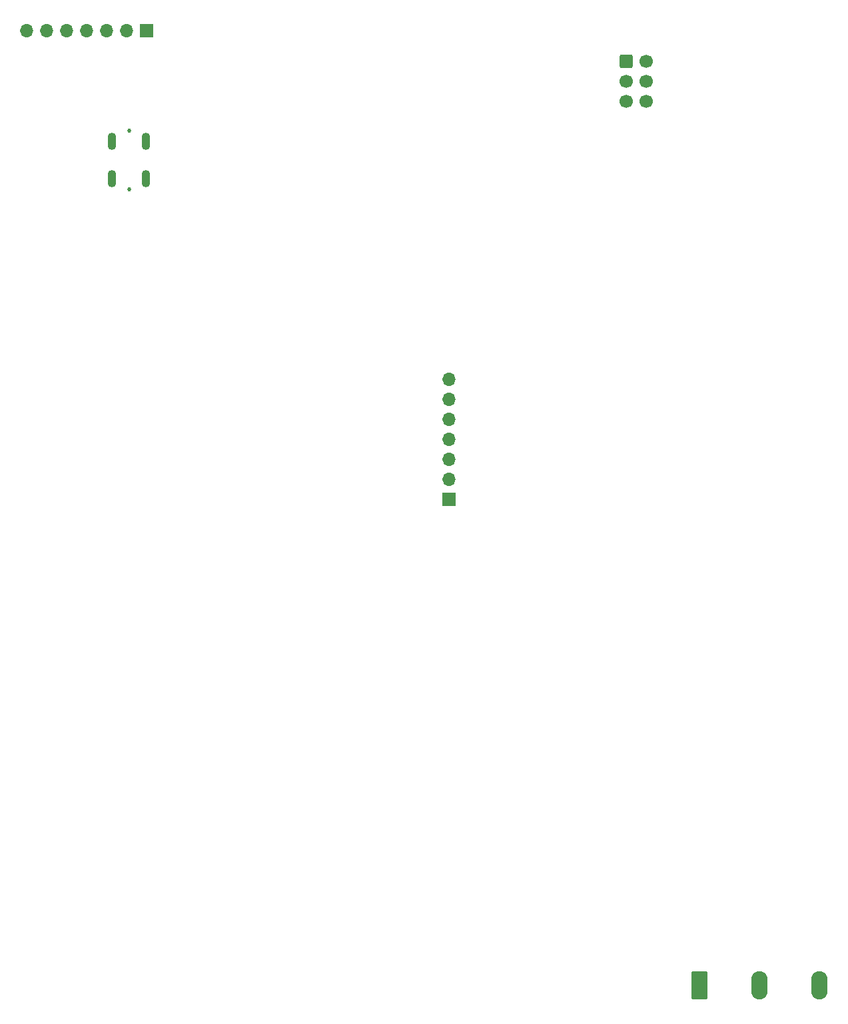
<source format=gbr>
%TF.GenerationSoftware,KiCad,Pcbnew,8.0.3*%
%TF.CreationDate,2024-06-11T07:04:39+05:45*%
%TF.ProjectId,HardwareDesign,48617264-7761-4726-9544-657369676e2e,rev?*%
%TF.SameCoordinates,Original*%
%TF.FileFunction,Soldermask,Bot*%
%TF.FilePolarity,Negative*%
%FSLAX46Y46*%
G04 Gerber Fmt 4.6, Leading zero omitted, Abs format (unit mm)*
G04 Created by KiCad (PCBNEW 8.0.3) date 2024-06-11 07:04:39*
%MOMM*%
%LPD*%
G01*
G04 APERTURE LIST*
G04 Aperture macros list*
%AMRoundRect*
0 Rectangle with rounded corners*
0 $1 Rounding radius*
0 $2 $3 $4 $5 $6 $7 $8 $9 X,Y pos of 4 corners*
0 Add a 4 corners polygon primitive as box body*
4,1,4,$2,$3,$4,$5,$6,$7,$8,$9,$2,$3,0*
0 Add four circle primitives for the rounded corners*
1,1,$1+$1,$2,$3*
1,1,$1+$1,$4,$5*
1,1,$1+$1,$6,$7*
1,1,$1+$1,$8,$9*
0 Add four rect primitives between the rounded corners*
20,1,$1+$1,$2,$3,$4,$5,0*
20,1,$1+$1,$4,$5,$6,$7,0*
20,1,$1+$1,$6,$7,$8,$9,0*
20,1,$1+$1,$8,$9,$2,$3,0*%
G04 Aperture macros list end*
%ADD10C,0.520000*%
%ADD11O,1.100000X2.200000*%
%ADD12R,1.700000X1.700000*%
%ADD13O,1.700000X1.700000*%
%ADD14RoundRect,0.250001X-0.799999X-1.549999X0.799999X-1.549999X0.799999X1.549999X-0.799999X1.549999X0*%
%ADD15O,2.100000X3.600000*%
%ADD16RoundRect,0.250000X-0.600000X-0.600000X0.600000X-0.600000X0.600000X0.600000X-0.600000X0.600000X0*%
%ADD17C,1.700000*%
G04 APERTURE END LIST*
D10*
%TO.C,J2*%
X78035000Y-34650000D03*
X78035000Y-42150000D03*
D11*
X80185000Y-36000000D03*
X75885000Y-36000000D03*
X80185000Y-40800000D03*
X75885000Y-40800000D03*
%TD*%
D12*
%TO.C,J4*%
X80290000Y-21980000D03*
D13*
X77750000Y-21980000D03*
X75210000Y-21980000D03*
X72670000Y-21980000D03*
X70130000Y-21980000D03*
X67590000Y-21980000D03*
X65050000Y-21980000D03*
%TD*%
D14*
%TO.C,J5*%
X150550000Y-143230000D03*
D15*
X158170000Y-143230000D03*
X165790000Y-143230000D03*
%TD*%
D12*
%TO.C,J1*%
X118700000Y-81525000D03*
D13*
X118700000Y-78985000D03*
X118700000Y-76445000D03*
X118700000Y-73905000D03*
X118700000Y-71365000D03*
X118700000Y-68825000D03*
X118700000Y-66285000D03*
%TD*%
D16*
%TO.C,J3*%
X141200000Y-25880000D03*
D17*
X143740000Y-25880000D03*
X141200000Y-28420000D03*
X143740000Y-28420000D03*
X141200000Y-30960000D03*
X143740000Y-30960000D03*
%TD*%
M02*

</source>
